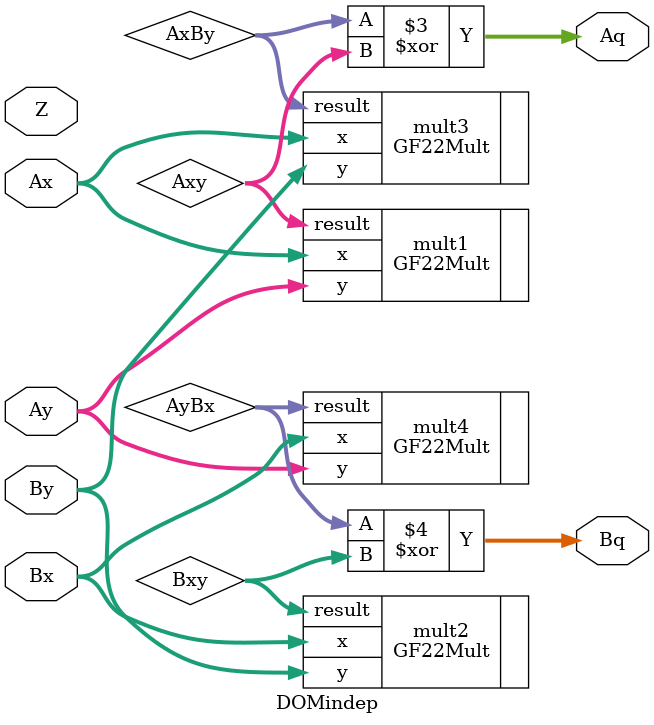
<source format=v>
module DOMindep(
    input[1:0] Ax, Ay, Bx, By, Z,
    output[1:0] Aq, Bq
    );
    
    wire[1:0] Axy;
    wire[1:0] AxBy;
    wire[1:0] AyBx;
    wire[1:0] Bxy;
    wire[1:0] AxByZ;
    wire[1:0] AyBxZ;
    
    GF22Mult mult1 ( .x(Ax), .y(Ay), .result(Axy));
    GF22Mult mult2 ( .x(Bx), .y(By), .result(Bxy));
    GF22Mult mult3 ( .x(Ax), .y(By), .result(AxBy));
    GF22Mult mult4 ( .x(Bx), .y(Ay), .result(AyBx));
    
    assign AxByZ = AxBy[1:0] ^ Z[1:0];
    assign AyBxZ = AyBx[1:0] ^ Z[1:0];
    
    assign Aq = AxBy[1:0] ^ Axy[1:0];
    assign Bq = AyBx[1:0] ^ Bxy[1:0];
    
    //register-stages missing
    
endmodule

</source>
